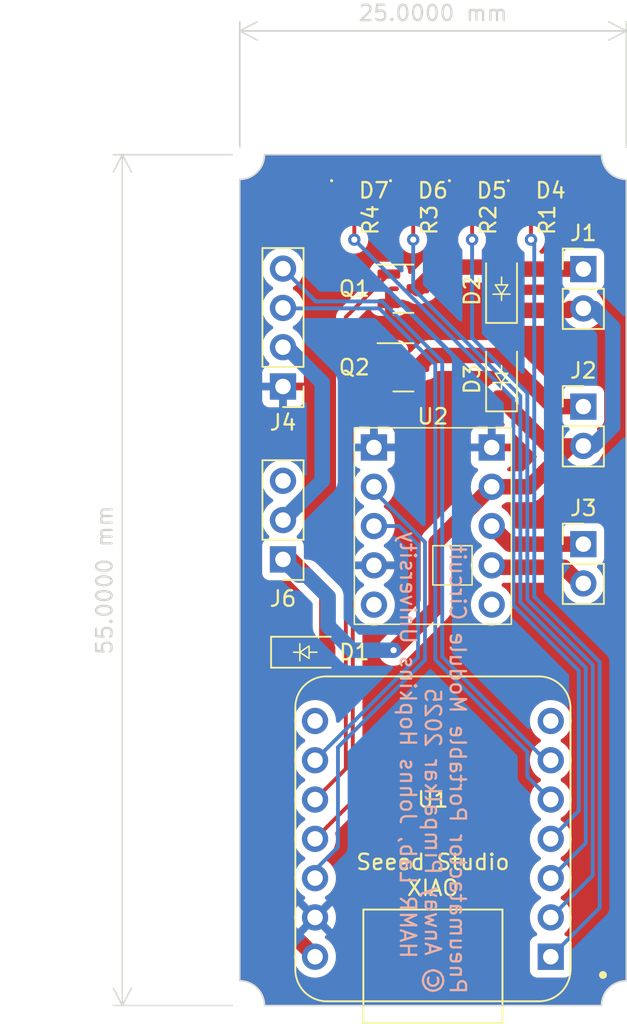
<source format=kicad_pcb>
(kicad_pcb (version 20221018) (generator pcbnew)
  (layers (0 "F.Cu" signal) (31 "B.Cu" signal) (34 "B.Paste" user) (35 "F.Paste" user) (36 "B.SilkS" user "B.Silkscreen") (37 "F.SilkS" user "F.Silkscreen") (38 "B.Mask" user) (39 "F.Mask" user) (44 "Edge.Cuts" user))
  (net 0 "")
  (net 1 "Net-(D1-K)")
  (net 2 "VIN")
  (net 3 "Net-(D2-A)")
  (net 4 "Net-(D3-A)")
  (net 5 "GND")
  (net 6 "Net-(D4-A)")
  (net 7 "Net-(D5-A)")
  (net 8 "Net-(D6-A)")
  (net 9 "Net-(D7-A)")
  (net 10 "PUMP_-")
  (net 11 "PUMP_+")
  (net 12 "SDA")
  (net 13 "SCL")
  (net 14 "VALVE_1_PFM")
  (net 15 "VALVE_2_PFM")
  (net 16 "LED0")
  (net 17 "LED1")
  (net 18 "LED2")
  (net 19 "LED3")
  (net 22 "PUMP_PWM")
  (net 23 "3V3")
  (net 26 "VIN_SRC")
  (footprint "Xiao:XIAO-Generic-Thruhole-14P-2.54-21X17.8MM" (layer "F.Cu") (at 12.492738 44.22696 180)
    (fp_text reference "U1" (at 0 2.54) (layer "F.SilkS"))
    (fp_text value "SeeeduinoXIAO" hide)
    (fp_text user "Seeed Studio" (at 0 -1.5 unlocked) (layer "F.SilkS"))
    (fp_text user "XIAO" (at 0.005 -3.175 unlocked) (layer "F.SilkS"))
    (fp_line (start -8.9 -8.5) (end -8.9 8.5) (stroke (width 0.127)) (layer "F.SilkS"))
    (fp_line (start -6.9 10.5) (end 6.9 10.5) (stroke (width 0.127)) (layer "F.SilkS"))
    (fp_line (start -4.5 -11.92403) (end 4.5 -11.92403) (stroke (width 0.127)) (layer "F.SilkS"))
    (fp_line (start -4.5 -4.57073) (end -4.5 -11.92403) (stroke (width 0.127)) (layer "F.SilkS"))
    (fp_line (start 4.5 -11.92403) (end 4.5 -4.57073) (stroke (width 0.127)) (layer "F.SilkS"))
    (fp_line (start 4.5 -4.57073) (end -4.5 -4.57073) (stroke (width 0.127)) (layer "F.SilkS"))
    (fp_line (start 6.9 -10.49909) (end -6.9 -10.49909) (stroke (width 0.127)) (layer "F.SilkS"))
    (fp_line (start 8.9 8.5) (end 8.9 -8.5) (stroke (width 0.127)) (layer "F.SilkS"))
    (fp_arc (start -8.9 -8.5) (mid -8.301491 -9.901491) (end -6.9 -10.5) (stroke (width 0.12)) (layer "F.SilkS"))
    (fp_arc (start -6.9 10.5) (mid -8.301423 9.901423) (end -8.9 8.5) (stroke (width 0.12)) (layer "F.SilkS"))
    (fp_arc (start 6.9 -10.5) (mid 8.301491 -9.901491) (end 8.9 -8.5) (stroke (width 0.12)) (layer "F.SilkS"))
    (fp_arc (start 8.9 8.5) (mid 8.314214 9.914214) (end 6.9 10.5) (stroke (width 0.12)) (layer "F.SilkS"))
    (fp_circle (center -11 -8.8) (end -11 -9.054) (fill solid) (layer "F.SilkS"))
    (fp_poly (pts (xy -8.887715 -8.561705) (xy -8.884667 -8.610473) (xy -8.880603 -8.659494)) (stroke (width 0.0254)) (fill none) (layer "F.SilkS"))
    (fp_poly (pts (xy 8.889492 8.521574) (xy 8.887713 8.57085) (xy 8.884665 8.619618) (xy 8.880601 8.668639) (xy 8.875268 8.717407) (xy 8.868664 8.766175) (xy 8.861044 8.81469) (xy 8.852153 8.86295) (xy 8.842248 8.910955)) (stroke (width 0.0254)) (fill none) (layer "F.SilkS"))
    (pad "1" thru_hole rect (at -7.625 -7.62 180) (size 1.7 1.7) (drill 1) (layers "*.Cu" "*.Mask") (net 16 "LED0"))
    (pad "2" thru_hole circle (at -7.625 -5.08 180) (size 1.7 1.7) (drill 1) (layers "*.Cu" "*.Mask") (net 17 "LED1"))
    (pad "3" thru_hole circle (at -7.625 -2.54 180) (size 1.7 1.7) (drill 1) (layers "*.Cu" "*.Mask") (net 18 "LED2"))
    (pad "4" thru_hole circle (at -7.625 0 180) (size 1.7 1.7) (drill 1) (layers "*.Cu" "*.Mask") (net 19 "LED3"))
    (pad "5" thru_hole circle (at -7.625 2.54 180) (size 1.7 1.7) (drill 1) (layers "*.Cu" "*.Mask") (net 12 "SDA"))
    (pad "6" thru_hole circle (at -7.625 5.08) (size 1.7 1.7) (drill 1) (layers "*.Cu" "*.Mask") (net 13 "SCL"))
    (pad "7" thru_hole circle (at -7.625 7.62 180) (size 1.7 1.7) (drill 1) (layers "*.Cu" "*.Mask"))
    (pad "8" thru_hole circle (at 7.625 7.62 180) (size 1.7 1.7) (drill 1) (layers "*.Cu" "*.Mask"))
    (pad "9" thru_hole circle (at 7.625 5.08 180) (size 1.7 1.7) (drill 1) (layers "*.Cu" "*.Mask") (net 22 "PUMP_PWM"))
    (pad "10" thru_hole circle (at 7.625 2.54 180) (size 1.7 1.7) (drill 1) (layers "*.Cu" "*.Mask") (net 14 "VALVE_1_PFM"))
    (pad "11" thru_hole circle (at 7.625 0 180) (size 1.7 1.7) (drill 1) (layers "*.Cu" "*.Mask") (net 15 "VALVE_2_PFM"))
    (pad "12" thru_hole circle (at 7.625 -2.54 180) (size 1.7 1.7) (drill 1) (layers "*.Cu" "*.Mask") (net 23 "3V3"))
    (pad "13" thru_hole circle (at 7.625 -5.08 180) (size 1.7 1.7) (drill 1) (layers "*.Cu" "*.Mask") (net 5 "GND"))
    (pad "14" thru_hole circle (at 7.625 -7.62 180) (size 1.7 1.7) (drill 1) (layers "*.Cu" "*.Mask") (net 1 "Net-(D1-K)"))
  )
  (footprint "LED_SMD:LED_0201_0603Metric_Pad0.64x0.40mm_HandSolder" (layer "F.Cu") (at 10.785238 1.68196)
    (fp_text reference "D6" (at 1.7025 0.635) (layer "F.SilkS"))
    (fp_text value "LED2")
    (fp_circle (center -1.035 0) (end -0.985 0) (stroke (width 0.1)) (fill none) (layer "F.SilkS"))
    (pad "1" smd roundrect (at -0.4075 0) (size 0.635 0.4) (layers "F.Cu" "F.Mask") (net 5 "GND"))
    (pad "2" smd roundrect (at 0.4075 0) (size 0.635 0.4) (layers "F.Cu" "F.Mask") (net 8 "Net-(D6-A)"))
  )
  (footprint "Connector_PinHeader_2.54mm:PinHeader_1x03_P2.54mm_Vertical" (layer "F.Cu") (at 2.794 26.162 180)
    (fp_text reference "J6" (at 0 -2.54) (layer "F.SilkS"))
    (fp_text value "Power Switch")
    (fp_line (start -1.33 -1.33) (end 0 -1.33) (stroke (width 0.12)) (layer "F.SilkS"))
    (fp_line (start -1.33 0) (end -1.33 -1.33) (stroke (width 0.12)) (layer "F.SilkS"))
    (fp_line (start -1.33 1.27) (end -1.33 6.41) (stroke (width 0.12)) (layer "F.SilkS"))
    (fp_line (start -1.33 1.27) (end 1.33 1.27) (stroke (width 0.12)) (layer "F.SilkS"))
    (fp_line (start -1.33 6.41) (end 1.33 6.41) (stroke (width 0.12)) (layer "F.SilkS"))
    (fp_line (start 1.33 1.27) (end 1.33 6.41) (stroke (width 0.12)) (layer "F.SilkS"))
    (pad "1" thru_hole rect (at 0 0 180) (size 1.7 1.7) (drill 1) (layers "*.Cu" "*.Mask") (net 2 "VIN"))
    (pad "2" thru_hole oval (at 0 2.54 180) (size 1.7 1.7) (drill 1) (layers "*.Cu" "*.Mask") (net 26 "VIN_SRC"))
    (pad "3" thru_hole oval (at 0 5.08 180) (size 1.7 1.7) (drill 1) (layers "*.Cu" "*.Mask"))
  )
  (footprint "LED_SMD:LED_0201_0603Metric_Pad0.64x0.40mm_HandSolder" (layer "F.Cu") (at 18.405238 1.68196)
    (fp_text reference "D4" (at 1.7025 0.635) (layer "F.SilkS"))
    (fp_text value "LED0")
    (fp_circle (center -1.035 0) (end -0.985 0) (stroke (width 0.1)) (fill none) (layer "F.SilkS"))
    (pad "1" smd roundrect (at -0.4075 0) (size 0.635 0.4) (layers "F.Cu" "F.Mask") (net 5 "GND"))
    (pad "2" smd roundrect (at 0.4075 0) (size 0.635 0.4) (layers "F.Cu" "F.Mask") (net 6 "Net-(D4-A)"))
  )
  (footprint "Package_TO_SOT_SMD:SOT-23" (layer "F.Cu") (at 10.582738 13.74696)
    (fp_text reference "Q2" (at -3.175 0) (layer "F.SilkS"))
    (fp_text value "IRLML2060")
    (fp_line (start 0 -1.56) (end -1.675 -1.56) (stroke (width 0.12)) (layer "F.SilkS"))
    (fp_line (start 0 -1.56) (end 0.65 -1.56) (stroke (width 0.12)) (layer "F.SilkS"))
    (fp_line (start 0 1.56) (end -0.65 1.56) (stroke (width 0.12)) (layer "F.SilkS"))
    (fp_line (start 0 1.56) (end 0.65 1.56) (stroke (width 0.12)) (layer "F.SilkS"))
    (pad "1" smd roundrect (at -0.9375 -0.95) (size 1.475 0.6) (layers "F.Cu" "F.Paste" "F.Mask") (net 15 "VALVE_2_PFM"))
    (pad "2" smd roundrect (at -0.9375 0.95) (size 1.475 0.6) (layers "F.Cu" "F.Paste" "F.Mask") (net 5 "GND"))
    (pad "3" smd roundrect (at 0.9375 0) (size 1.475 0.6) (layers "F.Cu" "F.Paste" "F.Mask") (net 4 "Net-(D3-A)"))
  )
  (footprint "Connector_PinHeader_2.54mm:PinHeader_1x04_P2.54mm_Vertical" (layer "F.Cu") (at 2.794 14.986 180)
    (fp_text reference "J4" (at 0 -2.33) (layer "F.SilkS"))
    (fp_text value "Pogo Connection")
    (fp_line (start -1.33 -1.33) (end 0 -1.33) (stroke (width 0.12)) (layer "F.SilkS"))
    (fp_line (start -1.33 0) (end -1.33 -1.33) (stroke (width 0.12)) (layer "F.SilkS"))
    (fp_line (start -1.33 1.27) (end -1.33 8.95) (stroke (width 0.12)) (layer "F.SilkS"))
    (fp_line (start -1.33 1.27) (end 1.33 1.27) (stroke (width 0.12)) (layer "F.SilkS"))
    (fp_line (start -1.33 8.95) (end 1.33 8.95) (stroke (width 0.12)) (layer "F.SilkS"))
    (fp_line (start 1.33 1.27) (end 1.33 8.95) (stroke (width 0.12)) (layer "F.SilkS"))
    (pad "1" thru_hole rect (at 0 0 180) (size 1.7 1.7) (drill 1) (layers "*.Cu" "*.Mask") (net 5 "GND"))
    (pad "2" thru_hole oval (at 0 2.54 180) (size 1.7 1.7) (drill 1) (layers "*.Cu" "*.Mask") (net 26 "VIN_SRC"))
    (pad "3" thru_hole oval (at 0 5.08 180) (size 1.7 1.7) (drill 1) (layers "*.Cu" "*.Mask") (net 12 "SDA"))
    (pad "4" thru_hole oval (at 0 7.62 180) (size 1.7 1.7) (drill 1) (layers "*.Cu" "*.Mask") (net 13 "SCL"))
  )
  (footprint "Connector_PinHeader_2.54mm:PinHeader_1x02_P2.54mm_Vertical" (layer "F.Cu") (at 22.225 25.17696)
    (fp_text reference "J3" (at 0 -2.33) (layer "F.SilkS"))
    (fp_text value "Pump")
    (fp_line (start -1.33 -1.33) (end 0 -1.33) (stroke (width 0.12)) (layer "F.SilkS"))
    (fp_line (start -1.33 0) (end -1.33 -1.33) (stroke (width 0.12)) (layer "F.SilkS"))
    (fp_line (start -1.33 1.27) (end -1.33 3.87) (stroke (width 0.12)) (layer "F.SilkS"))
    (fp_line (start -1.33 1.27) (end 1.33 1.27) (stroke (width 0.12)) (layer "F.SilkS"))
    (fp_line (start -1.33 3.87) (end 1.33 3.87) (stroke (width 0.12)) (layer "F.SilkS"))
    (fp_line (start 1.33 1.27) (end 1.33 3.87) (stroke (width 0.12)) (layer "F.SilkS"))
    (pad "1" thru_hole rect (at 0 0) (size 1.7 1.7) (drill 1) (layers "*.Cu" "*.Mask") (net 10 "PUMP_-"))
    (pad "2" thru_hole oval (at 0 2.54) (size 1.7 1.7) (drill 1) (layers "*.Cu" "*.Mask") (net 11 "PUMP_+"))
  )
  (footprint "Connector_PinHeader_2.54mm:PinHeader_1x02_P2.54mm_Vertical" (layer "F.Cu") (at 22.225 7.39696)
    (fp_text reference "J1" (at 0 -2.33) (layer "F.SilkS"))
    (fp_text value "Valve_1")
    (fp_line (start -1.33 -1.33) (end 0 -1.33) (stroke (width 0.12)) (layer "F.SilkS"))
    (fp_line (start -1.33 0) (end -1.33 -1.33) (stroke (width 0.12)) (layer "F.SilkS"))
    (fp_line (start -1.33 1.27) (end -1.33 3.87) (stroke (width 0.12)) (layer "F.SilkS"))
    (fp_line (start -1.33 1.27) (end 1.33 1.27) (stroke (width 0.12)) (layer "F.SilkS"))
    (fp_line (start -1.33 3.87) (end 1.33 3.87) (stroke (width 0.12)) (layer "F.SilkS"))
    (fp_line (start 1.33 1.27) (end 1.33 3.87) (stroke (width 0.12)) (layer "F.SilkS"))
    (pad "1" thru_hole rect (at 0 0) (size 1.7 1.7) (drill 1) (layers "*.Cu" "*.Mask") (net 3 "Net-(D2-A)"))
    (pad "2" thru_hole oval (at 0 2.54) (size 1.7 1.7) (drill 1) (layers "*.Cu" "*.Mask") (net 2 "VIN"))
  )
  (footprint "Resistor_SMD:R_0201_0603Metric_Pad0.64x0.40mm_HandSolder" (layer "F.Cu") (at 7.407738 3.81446 -90)
    (fp_text reference "R4" (at 0.4075 -1.05 90) (layer "F.SilkS"))
    (fp_text value "R")
    (pad "1" smd roundrect (at -0.4075 0 270) (size 0.635 0.4) (layers "F.Cu" "F.Mask") (net 9 "Net-(D7-A)"))
    (pad "2" smd roundrect (at 0.4075 0 270) (size 0.635 0.4) (layers "F.Cu" "F.Mask") (net 19 "LED3"))
  )
  (footprint "Package_TO_SOT_SMD:SOT-23" (layer "F.Cu") (at 10.582738 8.66696)
    (fp_text reference "Q1" (at -3.175 0) (layer "F.SilkS"))
    (fp_text value "IRLML2060")
    (fp_line (start 0 -1.56) (end -1.675 -1.56) (stroke (width 0.12)) (layer "F.SilkS"))
    (fp_line (start 0 -1.56) (end 0.65 -1.56) (stroke (width 0.12)) (layer "F.SilkS"))
    (fp_line (start 0 1.56) (end -0.65 1.56) (stroke (width 0.12)) (layer "F.SilkS"))
    (fp_line (start 0 1.56) (end 0.65 1.56) (stroke (width 0.12)) (layer "F.SilkS"))
    (pad "1" smd roundrect (at -0.9375 -0.95) (size 1.475 0.6) (layers "F.Cu" "F.Paste" "F.Mask") (net 14 "VALVE_1_PFM"))
    (pad "2" smd roundrect (at -0.9375 0.95) (size 1.475 0.6) (layers "F.Cu" "F.Paste" "F.Mask") (net 5 "GND"))
    (pad "3" smd roundrect (at 0.9375 0) (size 1.475 0.6) (layers "F.Cu" "F.Paste" "F.Mask") (net 3 "Net-(D2-A)"))
  )
  (footprint "Pneumatactors:Pololu 2990 Motor Driver" (layer "F.Cu") (at 12.487738 12.57696)
    (fp_text reference "U2" (at 0 4.345 unlocked) (layer "F.SilkS"))
    (fp_text value "Pololu 2990")
    (fp_rect (start 0 12.7) (end 2.54 15.24) (stroke (width 0.1)) (fill none) (layer "F.SilkS"))
    (fp_rect (start 5.08 17.78) (end -5.08 5.08) (stroke (width 0.1)) (fill none) (layer "F.SilkS"))
    (pad "1" thru_hole rect (at -3.81 6.35) (size 1.7 1.7) (drill 1) (layers "*.Cu" "*.Mask") (net 5 "GND"))
    (pad "2" thru_hole oval (at -3.81 8.89) (size 1.7 1.7) (drill 1) (layers "*.Cu" "*.Mask") (net 23 "3V3"))
    (pad "3" thru_hole oval (at -3.81 11.43) (size 1.7 1.7) (drill 1) (layers "*.Cu" "*.Mask") (net 22 "PUMP_PWM"))
    (pad "4" thru_hole oval (at -3.81 13.97) (size 1.7 1.7) (drill 1) (layers "*.Cu" "*.Mask") (net 5 "GND"))
    (pad "5" thru_hole oval (at -3.81 16.51) (size 1.7 1.7) (drill 1) (layers "*.Cu" "*.Mask"))
    (pad "6" thru_hole rect (at 3.81 6.35) (size 1.7 1.7) (drill 1) (layers "*.Cu" "*.Mask") (net 5 "GND"))
    (pad "7" thru_hole oval (at 3.81 8.89) (size 1.7 1.7) (drill 1) (layers "*.Cu" "*.Mask") (net 2 "VIN"))
    (pad "8" thru_hole oval (at 3.81 11.43) (size 1.7 1.7) (drill 1) (layers "*.Cu" "*.Mask") (net 10 "PUMP_-"))
    (pad "9" thru_hole oval (at 3.81 13.97) (size 1.7 1.7) (drill 1) (layers "*.Cu" "*.Mask") (net 11 "PUMP_+"))
    (pad "10" thru_hole oval (at 3.81 16.51) (size 1.7 1.7) (drill 1) (layers "*.Cu" "*.Mask"))
  )
  (footprint "Resistor_SMD:R_0201_0603Metric_Pad0.64x0.40mm_HandSolder" (layer "F.Cu") (at 18.837738 3.81446 -90)
    (fp_text reference "R1" (at 0.4075 -1.05 90) (layer "F.SilkS"))
    (fp_text value "R")
    (pad "1" smd roundrect (at -0.4075 0 270) (size 0.635 0.4) (layers "F.Cu" "F.Mask") (net 6 "Net-(D4-A)"))
    (pad "2" smd roundrect (at 0.4075 0 270) (size 0.635 0.4) (layers "F.Cu" "F.Mask") (net 16 "LED0"))
  )
  (footprint "Diode_SMD:D_SOD-123F" (layer "F.Cu") (at 4.232738 32.16196)
    (fp_text reference "D1" (at 3.175 0) (layer "F.SilkS"))
    (fp_text value "1N4001")
    (fp_line (start -2.21 -1) (end -2.21 1) (stroke (width 0.12)) (layer "F.SilkS"))
    (fp_line (start -2.21 -1) (end 1.65 -1) (stroke (width 0.12)) (layer "F.SilkS"))
    (fp_line (start -2.21 1) (end 1.65 1) (stroke (width 0.12)) (layer "F.SilkS"))
    (fp_line (start -0.75 0) (end -0.35 0) (stroke (width 0.1)) (layer "F.SilkS"))
    (fp_line (start -0.35 0) (end -0.35 -0.55) (stroke (width 0.1)) (layer "F.SilkS"))
    (fp_line (start -0.35 0) (end -0.35 0.55) (stroke (width 0.1)) (layer "F.SilkS"))
    (fp_line (start -0.35 0) (end 0.25 -0.4) (stroke (width 0.1)) (layer "F.SilkS"))
    (fp_line (start 0.25 -0.4) (end 0.25 0.4) (stroke (width 0.1)) (layer "F.SilkS"))
    (fp_line (start 0.25 0) (end 0.75 0) (stroke (width 0.1)) (layer "F.SilkS"))
    (fp_line (start 0.25 0.4) (end -0.35 0) (stroke (width 0.1)) (layer "F.SilkS"))
    (pad "1" smd roundrect (at -1.4 0) (size 1.1 1.1) (layers "F.Cu" "F.Paste" "F.Mask") (roundrect_rratio 0.2272727273) (net 1 "Net-(D1-K)"))
    (pad "2" smd roundrect (at 1.4 0) (size 1.1 1.1) (layers "F.Cu" "F.Paste" "F.Mask") (roundrect_rratio 0.2272727273) (net 2 "VIN"))
  )
  (footprint "Resistor_SMD:R_0201_0603Metric_Pad0.64x0.40mm_HandSolder" (layer "F.Cu") (at 11.217738 3.81446 -90)
    (fp_text reference "R3" (at 0.4075 -1.05 90) (layer "F.SilkS"))
    (fp_text value "R")
    (pad "1" smd roundrect (at -0.4075 0 270) (size 0.635 0.4) (layers "F.Cu" "F.Mask") (net 8 "Net-(D6-A)"))
    (pad "2" smd roundrect (at 0.4075 0 270) (size 0.635 0.4) (layers "F.Cu" "F.Mask") (net 18 "LED2"))
  )
  (footprint "Diode_SMD:D_SOD-123F" (layer "F.Cu") (at 16.932738 8.66696 90)
    (fp_text reference "D2" (at -0.127 -1.905 90) (layer "F.SilkS"))
    (fp_text value "1N4001")
    (fp_line (start -2.21 -1) (end -2.21 1) (stroke (width 0.12)) (layer "F.SilkS"))
    (fp_line (start -2.21 -1) (end 1.65 -1) (stroke (width 0.12)) (layer "F.SilkS"))
    (fp_line (start -2.21 1) (end 1.65 1) (stroke (width 0.12)) (layer "F.SilkS"))
    (fp_line (start -0.75 0) (end -0.35 0) (stroke (width 0.1)) (layer "F.SilkS"))
    (fp_line (start -0.35 0) (end -0.35 -0.55) (stroke (width 0.1)) (layer "F.SilkS"))
    (fp_line (start -0.35 0) (end -0.35 0.55) (stroke (width 0.1)) (layer "F.SilkS"))
    (fp_line (start -0.35 0) (end 0.25 -0.4) (stroke (width 0.1)) (layer "F.SilkS"))
    (fp_line (start 0.25 -0.4) (end 0.25 0.4) (stroke (width 0.1)) (layer "F.SilkS"))
    (fp_line (start 0.25 0) (end 0.75 0) (stroke (width 0.1)) (layer "F.SilkS"))
    (fp_line (start 0.25 0.4) (end -0.35 0) (stroke (width 0.1)) (layer "F.SilkS"))
    (pad "1" smd roundrect (at -1.4 0 90) (size 1.1 1.1) (layers "F.Cu" "F.Paste" "F.Mask") (roundrect_rratio 0.2272727273) (net 2 "VIN"))
    (pad "2" smd roundrect (at 1.4 0 90) (size 1.1 1.1) (layers "F.Cu" "F.Paste" "F.Mask") (roundrect_rratio 0.2272727273) (net 3 "Net-(D2-A)"))
  )
  (footprint "Diode_SMD:D_SOD-123F" (layer "F.Cu") (at 16.932738 14.38196 90)
    (fp_text reference "D3" (at -0.127 -1.905 90) (layer "F.SilkS"))
    (fp_text value "1N4001")
    (fp_line (start -2.21 -1) (end -2.21 1) (stroke (width 0.12)) (layer "F.SilkS"))
    (fp_line (start -2.21 -1) (end 1.65 -1) (stroke (width 0.12)) (layer "F.SilkS"))
    (fp_line (start -2.21 1) (end 1.65 1) (stroke (width 0.12)) (layer "F.SilkS"))
    (fp_line (start -0.75 0) (end -0.35 0) (stroke (width 0.1)) (layer "F.SilkS"))
    (fp_line (start -0.35 0) (end -0.35 -0.55) (stroke (width 0.1)) (layer "F.SilkS"))
    (fp_line (start -0.35 0) (end -0.35 0.55) (stroke (width 0.1)) (layer "F.SilkS"))
    (fp_line (start -0.35 0) (end 0.25 -0.4) (stroke (width 0.1)) (layer "F.SilkS"))
    (fp_line (start 0.25 -0.4) (end 0.25 0.4) (stroke (width 0.1)) (layer "F.SilkS"))
    (fp_line (start 0.25 0) (end 0.75 0) (stroke (width 0.1)) (layer "F.SilkS"))
    (fp_line (start 0.25 0.4) (end -0.35 0) (stroke (width 0.1)) (layer "F.SilkS"))
    (pad "1" smd roundrect (at -1.4 0 90) (size 1.1 1.1) (layers "F.Cu" "F.Paste" "F.Mask") (roundrect_rratio 0.2272727273) (net 2 "VIN"))
    (pad "2" smd roundrect (at 1.4 0 90) (size 1.1 1.1) (layers "F.Cu" "F.Paste" "F.Mask") (roundrect_rratio 0.2272727273) (net 4 "Net-(D3-A)"))
  )
  (footprint "Resistor_SMD:R_0201_0603Metric_Pad0.64x0.40mm_HandSolder" (layer "F.Cu") (at 15.027738 3.81446 -90)
    (fp_text reference "R2" (at 0.4075 -1.05 90) (layer "F.SilkS"))
    (fp_text value "R")
    (pad "1" smd roundrect (at -0.4075 0 270) (size 0.635 0.4) (layers "F.Cu" "F.Mask") (net 7 "Net-(D5-A)"))
    (pad "2" smd roundrect (at 0.4075 0 270) (size 0.635 0.4) (layers "F.Cu" "F.Mask") (net 17 "LED1"))
  )
  (footprint "LED_SMD:LED_0201_0603Metric_Pad0.64x0.40mm_HandSolder" (layer "F.Cu") (at 14.595238 1.68196)
    (fp_text reference "D5" (at 1.7025 0.635) (layer "F.SilkS"))
    (fp_text value "LED1")
    (fp_circle (center -1.035 0) (end -0.985 0) (stroke (width 0.1)) (fill none) (layer "F.SilkS"))
    (pad "1" smd roundrect (at -0.4075 0) (size 0.635 0.4) (layers "F.Cu" "F.Mask") (net 5 "GND"))
    (pad "2" smd roundrect (at 0.4075 0) (size 0.635 0.4) (layers "F.Cu" "F.Mask") (net 7 "Net-(D5-A)"))
  )
  (footprint "Connector_PinHeader_2.54mm:PinHeader_1x02_P2.54mm_Vertical" (layer "F.Cu") (at 22.225 16.28696)
    (fp_text reference "J2" (at 0 -2.33) (layer "F.SilkS"))
    (fp_text value "Valve_2")
    (fp_line (start -1.33 -1.33) (end 0 -1.33) (stroke (width 0.12)) (layer "F.SilkS"))
    (fp_line (start -1.33 0) (end -1.33 -1.33) (stroke (width 0.12)) (layer "F.SilkS"))
    (fp_line (start -1.33 1.27) (end -1.33 3.87) (stroke (width 0.12)) (layer "F.SilkS"))
    (fp_line (start -1.33 1.27) (end 1.33 1.27) (stroke (width 0.12)) (layer "F.SilkS"))
    (fp_line (start -1.33 3.87) (end 1.33 3.87) (stroke (width 0.12)) (layer "F.SilkS"))
    (fp_line (start 1.33 1.27) (end 1.33 3.87) (stroke (width 0.12)) (layer "F.SilkS"))
    (pad "1" thru_hole rect (at 0 0) (size 1.7 1.7) (drill 1) (layers "*.Cu" "*.Mask") (net 4 "Net-(D3-A)"))
    (pad "2" thru_hole oval (at 0 2.54) (size 1.7 1.7) (drill 1) (layers "*.Cu" "*.Mask") (net 2 "VIN"))
  )
  (footprint "LED_SMD:LED_0201_0603Metric_Pad0.64x0.40mm_HandSolder" (layer "F.Cu") (at 6.975238 1.68196)
    (fp_text reference "D7" (at 1.7025 0.635) (layer "F.SilkS"))
    (fp_text value "LED3")
    (fp_circle (center -1.035 0) (end -0.985 0) (stroke (width 0.1)) (fill none) (layer "F.SilkS"))
    (pad "1" smd roundrect (at -0.4075 0) (size 0.635 0.4) (layers "F.Cu" "F.Mask") (net 5 "GND"))
    (pad "2" smd roundrect (at 0.4075 0) (size 0.635 0.4) (layers "F.Cu" "F.Mask") (net 9 "Net-(D7-A)"))
  )
  (gr_arc (start 0 53.4) (mid 1.131371 53.868629) (end 1.6 55) (stroke (width 0.1)) (layer "Edge.Cuts"))
  (gr_arc (start 23.4 55) (mid 23.868629 53.868629) (end 25 53.4) (stroke (width 0.1)) (layer "Edge.Cuts"))
  (gr_line (start 0 53.4) (end 0 1.6) (stroke (width 0.1)) (layer "Edge.Cuts"))
  (gr_line (start 25 1.6) (end 25 53.4) (stroke (width 0.1)) (layer "Edge.Cuts"))
  (gr_arc (start 1.6 0) (mid 1.131371 1.131371) (end 0 1.6) (stroke (width 0.1)) (layer "Edge.Cuts"))
  (gr_arc (start 25 1.6) (mid 23.868629 1.131371) (end 23.4 0) (stroke (width 0.1)) (layer "Edge.Cuts"))
  (gr_line (start 23.4 55) (end 1.6 55) (stroke (width 0.1)) (layer "Edge.Cuts"))
  (gr_line (start 1.6 0) (end 23.4 0) (stroke (width 0.1)) (layer "Edge.Cuts"))
  (gr_text "Pneumatactor Portable Module Circuit\n© Anway Pimpalkar 2025\n   HAMR Lab, Johns Hopkins University\n" (at 10.28825 54.34 270) (layer "B.SilkS") (effects (font (size 1 1)) (justify left bottom mirror)))
  (dimension (type aligned) (layer "Edge.Cuts") (pts (xy 0 0) (xy 0 55)) (height 7.6) (gr_text "55.0000 mm" (at -8.75 27.5 90) (layer "Edge.Cuts") (effects (font (size 1 1) (thickness 0.15)))) (format (prefix "") (suffix "") (units 3) (units_format 1) (precision 4)) (style (thickness 0.1) (arrow_length 1.27) (text_position_mode 0) (extension_height 0.58642) (extension_offset 0.5) keep_text_aligned))
  (dimension (type aligned) (layer "Edge.Cuts") (pts (xy 0 0) (xy 25 0)) (height -8) (gr_text "25.0000 mm" (at 12.5 -9.15) (layer "Edge.Cuts") (effects (font (size 1 1) (thickness 0.15)))) (format (prefix "") (suffix "") (units 3) (units_format 1) (precision 4)) (style (thickness 0.1) (arrow_length 1.27) (text_position_mode 0) (extension_height 0.58642) (extension_offset 0.5) keep_text_aligned))
  (segment (start 1.905 48.884222) (end 4.867738 51.84696) (width 1) (layer "F.Cu") (net 1))
  (segment (start 1.905 33.089698) (end 1.905 48.884222) (width 1) (layer "F.Cu") (net 1))
  (segment (start 2.832738 32.16196) (end 1.905 33.089698) (width 1) (layer "F.Cu") (net 1))
  (segment (start 19.977738 18.82696) (end 16.932738 15.78196) (width 1) (layer "F.Cu") (net 2))
  (segment (start 12.7 25.064698) (end 12.7 29.282698) (width 1) (layer "F.Cu") (net 2))
  (segment (start 21.247738 10.06696) (end 21.377738 9.93696) (width 1) (layer "F.Cu") (net 2))
  (segment (start 5.632738 28.492738) (end 5.632738 32.16196) (width 1) (layer "F.Cu") (net 2))
  (segment (start 16.932738 10.06696) (end 21.247738 10.06696) (width 1) (layer "F.Cu") (net 2))
  (segment (start 16.297738 21.46696) (end 12.7 25.064698) (width 1) (layer "F.Cu") (net 2))
  (segment (start 3.302 26.162) (end 5.632738 28.492738) (width 1) (layer "F.Cu") (net 2))
  (segment (start 21.377738 18.82696) (end 18.737738 21.46696) (width 1) (layer "F.Cu") (net 2))
  (segment (start 2.794 26.162) (end 3.302 26.162) (width 1) (layer "F.Cu") (net 2))
  (segment (start 18.737738 21.46696) (end 16.297738 21.46696) (width 1) (layer "F.Cu") (net 2))
  (segment (start 12.7 29.282698) (end 9.947738 32.03496) (width 1) (layer "F.Cu") (net 2))
  (segment (start 21.377738 18.82696) (end 19.977738 18.82696) (width 1) (layer "F.Cu") (net 2))
  (via (at 9.947738 32.03496) (size 0.8) (drill 0.4) (layers "F.Cu" "B.Cu") (net 2))
  (segment (start 7.26996 32.03496) (end 5.715 30.48) (width 1) (layer "B.Cu") (net 2))
  (segment (start 22.90696 9.93696) (end 24.13 11.16) (width 1) (layer "B.Cu") (net 2))
  (segment (start 24.13 11.16) (end 24.13 17.554349) (width 1) (layer "B.Cu") (net 2))
  (segment (start 5.715 30.48) (end 5.715 28.575) (width 1) (layer "B.Cu") (net 2))
  (segment (start 3.81 27.178) (end 2.794 26.162) (width 1) (layer "B.Cu") (net 2))
  (segment (start 5.715 28.575) (end 4.318 27.178) (width 1) (layer "B.Cu") (net 2))
  (segment (start 24.13 17.554349) (end 22.857389 18.82696) (width 1) (layer "B.Cu") (net 2))
  (segment (start 4.318 27.178) (end 3.81 27.178) (width 1) (layer "B.Cu") (net 2))
  (segment (start 9.947738 32.03496) (end 7.26996 32.03496) (width 1) (layer "B.Cu") (net 2))
  (segment (start 17.062738 7.39696) (end 16.932738 7.26696) (width 1) (layer "F.Cu") (net 3))
  (segment (start 12.920238 7.26696) (end 11.520238 8.66696) (width 1) (layer "F.Cu") (net 3))
  (segment (start 21.377738 7.39696) (end 17.062738 7.39696) (width 1) (layer "F.Cu") (net 3))
  (segment (start 16.932738 7.26696) (end 12.920238 7.26696) (width 1) (layer "F.Cu") (net 3))
  (segment (start 21.377738 16.28696) (end 20.237738 16.28696) (width 1) (layer "F.Cu") (net 4))
  (segment (start 20.237738 16.28696) (end 16.932738 12.98196) (width 1) (layer "F.Cu") (net 4))
  (segment (start 12.285238 12.98196) (end 11.520238 13.74696) (width 1) (layer "F.Cu") (net 4))
  (segment (start 16.932738 12.98196) (end 12.285238 12.98196) (width 1) (layer "F.Cu") (net 4))
  (segment (start 18.837738 3.40696) (end 18.837738 1.70696) (width 0.25) (layer "F.Cu") (net 6))
  (segment (start 18.837738 1.70696) (end 18.812738 1.68196) (width 0.25) (layer "F.Cu") (net 6))
  (segment (start 15.027738 1.70696) (end 15.002738 1.68196) (width 0.25) (layer "F.Cu") (net 7))
  (segment (start 15.027738 3.40696) (end 15.027738 1.70696) (width 0.25) (layer "F.Cu") (net 7))
  (segment (start 11.217738 3.40696) (end 11.217738 1.70696) (width 0.25) (layer "F.Cu") (net 8))
  (segment (start 11.217738 1.70696) (end 11.192738 1.68196) (width 0.25) (layer "F.Cu") (net 8))
  (segment (start 7.407738 1.70696) (end 7.382738 1.68196) (width 0.25) (layer "F.Cu") (net 9))
  (segment (start 7.407738 3.40696) (end 7.407738 1.70696) (width 0.25) (layer "F.Cu") (net 9))
  (segment (start 17.467738 25.17696) (end 16.297738 24.00696) (width 1) (layer "F.Cu") (net 10))
  (segment (start 22.225 25.17696) (end 17.467738 25.17696) (width 1) (layer "F.Cu") (net 10))
  (segment (start 20.96804 26.67) (end 16.420778 26.67) (width 1) (layer "F.Cu") (net 11))
  (segment (start 16.420778 26.67) (end 16.297738 26.54696) (width 1) (layer "F.Cu") (net 11))
  (segment (start 22.225 27.71696) (end 22.015 27.71696) (width 1) (layer "F.Cu") (net 11))
  (segment (start 22.015 27.71696) (end 20.96804 26.67) (width 1) (layer "F.Cu") (net 11))
  (segment (start 18.6 38.6) (end 12.646342 32.646342) (width 0.25) (layer "B.Cu") (net 12))
  (segment (start 20.08696 41.68696) (end 18.6 40.2) (width 0.25) (layer "B.Cu") (net 12))
  (segment (start 9.021342 9.93696) (end 2.82496 9.93696) (width 0.25) (layer "B.Cu") (net 12))
  (segment (start 12.646342 13.56196) (end 9.021342 9.93696) (width 0.25) (layer "B.Cu") (net 12))
  (segment (start 20.117738 41.68696) (end 20.08696 41.68696) (width 0.25) (layer "B.Cu") (net 12))
  (segment (start 12.646342 32.646342) (end 12.646342 13.56196) (width 0.25) (layer "B.Cu") (net 12))
  (segment (start 2.82496 9.93696) (end 2.794 9.906) (width 0.25) (layer "B.Cu") (net 12))
  (segment (start 18.6 40.2) (end 18.6 38.6) (width 0.25) (layer "B.Cu") (net 12))
  (segment (start 13.096342 32.459946) (end 19.783356 39.14696) (width 0.25) (layer "B.Cu") (net 13))
  (segment (start 13.096342 13.375564) (end 13.096342 32.459946) (width 0.25) (layer "B.Cu") (net 13))
  (segment (start 19.783356 39.14696) (end 20.117738 39.14696) (width 0.25) (layer "B.Cu") (net 13))
  (segment (start 9.207738 9.48696) (end 13.096342 13.375564) (width 0.25) (layer "B.Cu") (net 13))
  (segment (start 4.91496 9.48696) (end 9.207738 9.48696) (width 0.25) (layer "B.Cu") (net 13))
  (segment (start 2.794 7.366) (end 4.91496 9.48696) (width 0.25) (layer "B.Cu") (net 13))
  (segment (start 6.858 10.504198) (end 9.645238 7.71696) (width 0.25) (layer "F.Cu") (net 14))
  (segment (start 6.858 39.696698) (end 6.858 10.504198) (width 0.25) (layer "F.Cu") (net 14))
  (segment (start 4.867738 41.68696) (end 6.858 39.696698) (width 0.25) (layer "F.Cu") (net 14))
  (segment (start 7.308 41.786698) (end 4.867738 44.22696) (width 0.25) (layer "F.Cu") (net 15))
  (segment (start 7.308 15.134198) (end 7.308 41.786698) (width 0.25) (layer "F.Cu") (net 15))
  (segment (start 9.645238 12.79696) (end 7.308 15.134198) (width 0.25) (layer "F.Cu") (net 15))
  (segment (start 18.837738 4.22196) (end 18.837738 5.49196) (width 0.25) (layer "F.Cu") (net 16))
  (via (at 18.837738 5.49196) (size 0.8) (drill 0.4) (layers "F.Cu" "B.Cu") (net 16))
  (segment (start 23.282738 48.68196) (end 20.117738 51.84696) (width 0.25) (layer "B.Cu") (net 16))
  (segment (start 23.282738 32.79696) (end 23.282738 48.68196) (width 0.25) (layer "B.Cu") (net 16))
  (segment (start 19.05 5.704222) (end 19.05 28.564222) (width 0.25) (layer "B.Cu") (net 16))
  (segment (start 18.837738 5.49196) (end 19.05 5.704222) (width 0.25) (layer "B.Cu") (net 16))
  (segment (start 19.05 28.564222) (end 23.282738 32.79696) (width 0.25) (layer "B.Cu") (net 16))
  (segment (start 15.027738 4.22196) (end 15.027738 5.49196) (width 0.25) (layer "F.Cu") (net 17))
  (via (at 15.027738 5.49196) (size 0.8) (drill 0.4) (layers "F.Cu" "B.Cu") (net 17))
  (segment (start 22.832738 46.59196) (end 20.117738 49.30696) (width 0.25) (layer "B.Cu") (net 17))
  (segment (start 15.027738 11.839168) (end 18.6 15.41143) (width 0.25) (layer "B.Cu") (net 17))
  (segment (start 18.6 28.750618) (end 22.832738 32.983356) (width 0.25) (layer "B.Cu") (net 17))
  (segment (start 18.6 15.41143) (end 18.6 28.750618) (width 0.25) (layer "B.Cu") (net 17))
  (segment (start 15.027738 5.49196) (end 15.027738 11.839168) (width 0.25) (layer "B.Cu") (net 17))
  (segment (start 22.832738 32.983356) (end 22.832738 46.59196) (width 0.25) (layer "B.Cu") (net 17))
  (segment (start 11.217738 4.22196) (end 11.217738 5.49196) (width 0.25) (layer "F.Cu") (net 18))
  (via (at 11.217738 5.49196) (size 0.8) (drill 0.4) (layers "F.Cu" "B.Cu") (net 18))
  (segment (start 11.217738 5.49196) (end 11.217738 8.665564) (width 0.25) (layer "B.Cu") (net 18))
  (segment (start 18.15 28.937014) (end 22.382738 33.169752) (width 0.25) (layer "B.Cu") (net 18))
  (segment (start 11.217738 8.665564) (end 18.15 15.597826) (width 0.25) (layer "B.Cu") (net 18))
  (segment (start 18.15 15.597826) (end 18.15 28.937014) (width 0.25) (layer "B.Cu") (net 18))
  (segment (start 22.382738 33.169752) (end 22.382738 44.50196) (width 0.25) (layer "B.Cu") (net 18))
  (segment (start 22.382738 44.50196) (end 20.117738 46.76696) (width 0.25) (layer "B.Cu") (net 18))
  (segment (start 7.407738 4.22196) (end 7.407738 5.49196) (width 0.25) (layer "F.Cu") (net 19))
  (via (at 7.407738 5.49196) (size 0.8) (drill 0.4) (layers "F.Cu" "B.Cu") (net 19))
  (segment (start 21.932738 33.356148) (end 21.932738 42.41196) (width 0.25) (layer "B.Cu") (net 19))
  (segment (start 7.407738 5.49196) (end 17.7 15.784222) (width 0.25) (layer "B.Cu") (net 19))
  (segment (start 17.7 29.12341) (end 21.932738 33.356148) (width 0.25) (layer "B.Cu") (net 19))
  (segment (start 21.932738 42.41196) (end 20.117738 44.22696) (width 0.25) (layer "B.Cu") (net 19))
  (segment (start 17.7 15.784222) (end 17.7 29.12341) (width 0.25) (layer "B.Cu") (net 19))
  (segment (start 10.305564 24.00696) (end 11.529738 25.231134) (width 0.25) (layer "B.Cu") (net 22))
  (segment (start 8.677738 24.00696) (end 10.305564 24.00696) (width 0.25) (layer "B.Cu") (net 22))
  (segment (start 11.529738 32.48496) (end 4.867738 39.14696) (width 0.25) (layer "B.Cu") (net 22))
  (segment (start 11.529738 25.231134) (end 11.529738 32.48496) (width 0.25) (layer "B.Cu") (net 22))
  (segment (start 6.35 38.301094) (end 6.35 44.754698) (width 0.25) (layer "B.Cu") (net 23))
  (segment (start 6.35 44.754698) (end 4.867738 46.23696) (width 0.25) (layer "B.Cu") (net 23))
  (segment (start 8.677738 21.742738) (end 11.979738 25.044738) (width 0.25) (layer "B.Cu") (net 23))
  (segment (start 4.867738 46.23696) (end 4.867738 46.76696) (width 0.25) (layer "B.Cu") (net 23))
  (segment (start 11.979738 25.044738) (end 11.979738 32.671356) (width 0.25) (layer "B.Cu") (net 23))
  (segment (start 11.979738 32.671356) (end 6.35 38.301094) (width 0.25) (layer "B.Cu") (net 23))
  (segment (start 8.677738 21.46696) (end 8.677738 21.742738) (width 0.25) (layer "B.Cu") (net 23))
  (segment (start 5.334 21.082) (end 2.794 23.622) (width 1) (layer "B.Cu") (net 26))
  (segment (start 5.334 14.732) (end 5.334 21.082) (width 1) (layer "B.Cu") (net 26))
  (segment (start 2.794 12.446) (end 3.048 12.446) (width 1) (layer "B.Cu") (net 26))
  (segment (start 3.048 12.446) (end 5.334 14.732) (width 1) (layer "B.Cu") (net 26))
  (zone (net 5) (net_name "GND") (layer "F.Cu") (connect_pads (clearance 0.5)) (min_thickness 0.25) (fill yes (thermal_gap 0.5) (thermal_bridge_width 0.5))
    (polygon (pts (xy 0 0) (xy 25 0) (xy 25 55) (xy 0 55)))
  )
  (zone (net 5) (net_name "GND") (layer "B.Cu") (priority 1) (connect_pads (clearance 0.5)) (min_thickness 0.25) (fill yes (thermal_gap 0.5) (thermal_bridge_width 0.5))
    (polygon (pts (xy 0 0) (xy 25 0) (xy 25 55) (xy 0 55)))
  )
)
</source>
